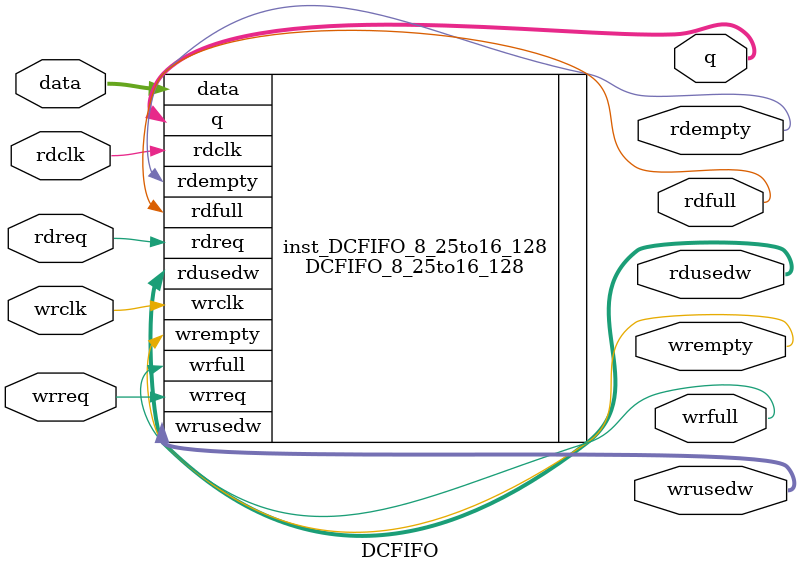
<source format=v>
module DCFIFO (

	//FIFO写端
	input wrclk,
	input [7:0] data,		//写位宽8位
	input wrreq,

	output wrempty,
	output wrfull,
	output [7:0] wrusedw,	//写深度为256

	//FIFO读端口
	input rdclk,
	input rdreq,

	output [15:0] q,		//读位宽为16位
	output rdempty,
	output rdfull,
	output [6:0] rdusedw	//读深度为128
	
	
	
);

	DCFIFO_8_25to16_128 inst_DCFIFO_8_25to16_128 (
		.data(data),
		.rdclk(rdclk),
		.rdreq(rdreq),
		.wrclk(wrclk),
		.wrreq(wrreq),
		.q(q),
		.rdempty(rdempty),
		.rdfull(rdfull),
		.rdusedw(rdusedw),
		.wrempty(wrempty),
		.wrfull(wrfull),
		.wrusedw(wrusedw));

endmodule

</source>
